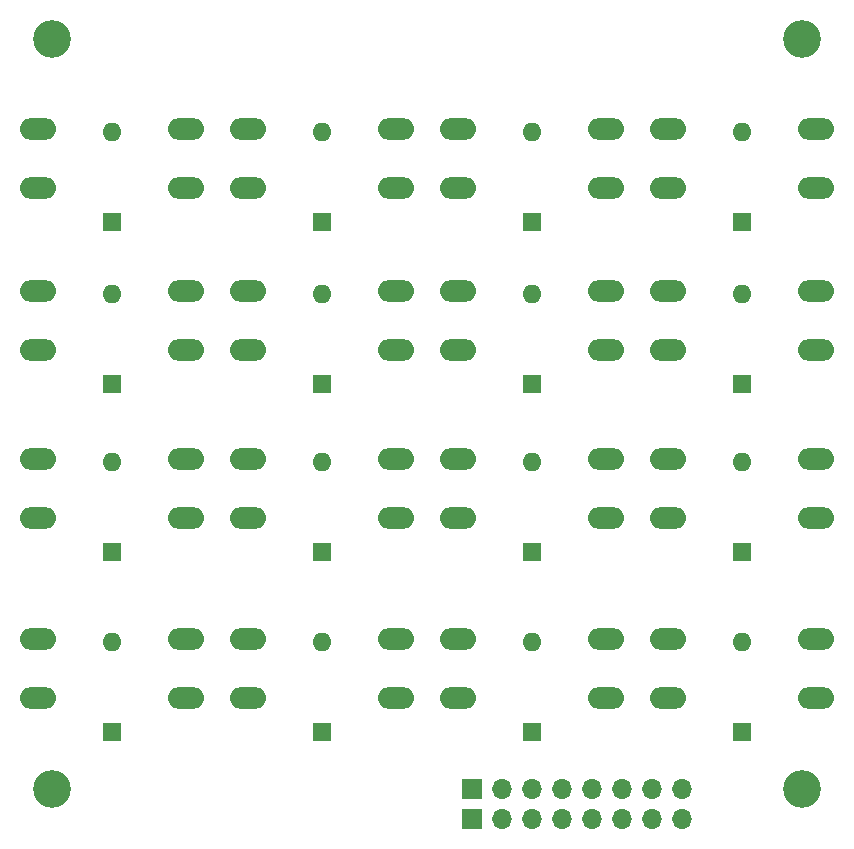
<source format=gbr>
%TF.GenerationSoftware,KiCad,Pcbnew,(6.0.1)*%
%TF.CreationDate,2022-01-27T23:18:00+02:00*%
%TF.ProjectId,Keypadv1,4b657970-6164-4763-912e-6b696361645f,rev?*%
%TF.SameCoordinates,Original*%
%TF.FileFunction,Soldermask,Top*%
%TF.FilePolarity,Negative*%
%FSLAX46Y46*%
G04 Gerber Fmt 4.6, Leading zero omitted, Abs format (unit mm)*
G04 Created by KiCad (PCBNEW (6.0.1)) date 2022-01-27 23:18:00*
%MOMM*%
%LPD*%
G01*
G04 APERTURE LIST*
%ADD10O,3.048000X1.850000*%
%ADD11R,1.700000X1.700000*%
%ADD12O,1.700000X1.700000*%
%ADD13C,3.200000*%
%ADD14R,1.600000X1.600000*%
%ADD15O,1.600000X1.600000*%
G04 APERTURE END LIST*
D10*
%TO.C,SW5*%
X80120000Y-58460000D03*
X92620000Y-58460000D03*
X92620000Y-63460000D03*
X80120000Y-63460000D03*
%TD*%
%TO.C,SW2*%
X62340000Y-72170000D03*
X74840000Y-72170000D03*
X62340000Y-77170000D03*
X74840000Y-77170000D03*
%TD*%
%TO.C,SW4*%
X74840000Y-101640000D03*
X62340000Y-101640000D03*
X74840000Y-106640000D03*
X62340000Y-106640000D03*
%TD*%
%TO.C,SW6*%
X92620000Y-72170000D03*
X80120000Y-72170000D03*
X92620000Y-77170000D03*
X80120000Y-77170000D03*
%TD*%
D11*
%TO.C,J2*%
X99060000Y-116840000D03*
D12*
X101600000Y-116840000D03*
X104140000Y-116840000D03*
X106680000Y-116840000D03*
X109220000Y-116840000D03*
X111760000Y-116840000D03*
X114300000Y-116840000D03*
X116840000Y-116840000D03*
%TD*%
D10*
%TO.C,SW10*%
X97900000Y-72170000D03*
X110400000Y-72170000D03*
X97900000Y-77170000D03*
X110400000Y-77170000D03*
%TD*%
D13*
%TO.C,3mm*%
X127000000Y-114300000D03*
%TD*%
D10*
%TO.C,SW1*%
X74840000Y-58460000D03*
X62340000Y-58460000D03*
X74840000Y-63460000D03*
X62340000Y-63460000D03*
%TD*%
%TO.C,SW11*%
X97900000Y-86400000D03*
X110400000Y-86400000D03*
X97900000Y-91400000D03*
X110400000Y-91400000D03*
%TD*%
%TO.C,SW15*%
X128180000Y-86400000D03*
X115680000Y-86400000D03*
X128180000Y-91400000D03*
X115680000Y-91400000D03*
%TD*%
%TO.C,SW12*%
X110400000Y-101640000D03*
X97900000Y-101640000D03*
X110400000Y-106640000D03*
X97900000Y-106640000D03*
%TD*%
%TO.C,SW8*%
X92620000Y-101640000D03*
X80120000Y-101640000D03*
X92620000Y-106640000D03*
X80120000Y-106640000D03*
%TD*%
D13*
%TO.C,3mm*%
X63500000Y-50800000D03*
%TD*%
D11*
%TO.C,J1*%
X99060000Y-114300000D03*
D12*
X101600000Y-114300000D03*
X104140000Y-114300000D03*
X106680000Y-114300000D03*
X109220000Y-114300000D03*
X111760000Y-114300000D03*
X114300000Y-114300000D03*
X116840000Y-114300000D03*
%TD*%
D10*
%TO.C,SW9*%
X97900000Y-58460000D03*
X110400000Y-58460000D03*
X97900000Y-63460000D03*
X110400000Y-63460000D03*
%TD*%
D13*
%TO.C,3mm*%
X127000000Y-50800000D03*
%TD*%
D10*
%TO.C,SW7*%
X92620000Y-86400000D03*
X80120000Y-86400000D03*
X92620000Y-91400000D03*
X80120000Y-91400000D03*
%TD*%
D13*
%TO.C,3mm*%
X63500000Y-114300000D03*
%TD*%
D10*
%TO.C,SW16*%
X128180000Y-101640000D03*
X115680000Y-101640000D03*
X128180000Y-106640000D03*
X115680000Y-106640000D03*
%TD*%
%TO.C,SW13*%
X115680000Y-58460000D03*
X128180000Y-58460000D03*
X128180000Y-63460000D03*
X115680000Y-63460000D03*
%TD*%
%TO.C,SW14*%
X115680000Y-72170000D03*
X128180000Y-72170000D03*
X115680000Y-77170000D03*
X128180000Y-77170000D03*
%TD*%
%TO.C,SW3*%
X62340000Y-86400000D03*
X74840000Y-86400000D03*
X62340000Y-91400000D03*
X74840000Y-91400000D03*
%TD*%
D14*
%TO.C,D6*%
X86360000Y-80010000D03*
D15*
X86360000Y-72390000D03*
%TD*%
D14*
%TO.C,D12*%
X104140000Y-109480000D03*
D15*
X104140000Y-101860000D03*
%TD*%
D14*
%TO.C,D8*%
X86360000Y-109480000D03*
D15*
X86360000Y-101860000D03*
%TD*%
D14*
%TO.C,D1*%
X68580000Y-66300000D03*
D15*
X68580000Y-58680000D03*
%TD*%
D14*
%TO.C,D11*%
X104140000Y-94240000D03*
D15*
X104140000Y-86620000D03*
%TD*%
D14*
%TO.C,D5*%
X86360000Y-66300000D03*
D15*
X86360000Y-58680000D03*
%TD*%
D14*
%TO.C,D14*%
X121920000Y-80010000D03*
D15*
X121920000Y-72390000D03*
%TD*%
D14*
%TO.C,D2*%
X68580000Y-80010000D03*
D15*
X68580000Y-72390000D03*
%TD*%
D14*
%TO.C,D9*%
X104140000Y-66300000D03*
D15*
X104140000Y-58680000D03*
%TD*%
D14*
%TO.C,D15*%
X121920000Y-94240000D03*
D15*
X121920000Y-86620000D03*
%TD*%
D14*
%TO.C,D4*%
X68580000Y-109480000D03*
D15*
X68580000Y-101860000D03*
%TD*%
D14*
%TO.C,D10*%
X104140000Y-80010000D03*
D15*
X104140000Y-72390000D03*
%TD*%
D14*
%TO.C,D16*%
X121920000Y-109480000D03*
D15*
X121920000Y-101860000D03*
%TD*%
D14*
%TO.C,D13*%
X121920000Y-66300000D03*
D15*
X121920000Y-58680000D03*
%TD*%
D14*
%TO.C,D3*%
X68580000Y-94240000D03*
D15*
X68580000Y-86620000D03*
%TD*%
D14*
%TO.C,D7*%
X86360000Y-94240000D03*
D15*
X86360000Y-86620000D03*
%TD*%
M02*

</source>
